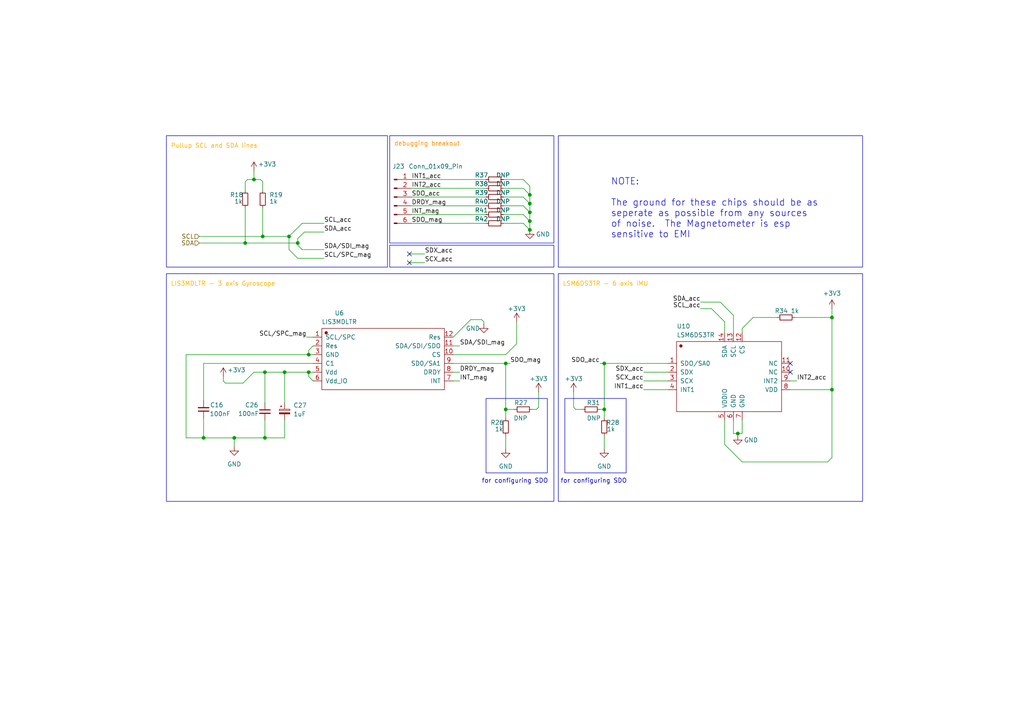
<source format=kicad_sch>
(kicad_sch (version 20230121) (generator eeschema)
  (paper "A4")
  (lib_symbols
    (symbol "Connector:Conn_01x06_Pin" (pin_names (offset 1.016) hide)
      (property "Reference" "J" (at 0 7.62 0))
      (property "Value" "Conn_01x06_Pin" (at 0 -10.16 0))
      (symbol "Conn_01x06_Pin_1_1"
        (polyline (pts (xy 1.27 -7.62) (xy 0.8636 -7.62)) (stroke (width 0.1524)))
        (polyline (pts (xy 1.27 -5.08) (xy 0.8636 -5.08)) (stroke (width 0.1524)))
        (polyline (pts (xy 1.27 -2.54) (xy 0.8636 -2.54)) (stroke (width 0.1524)))
        (polyline (pts (xy 1.27 0) (xy 0.8636 0)) (stroke (width 0.1524)))
        (polyline (pts (xy 1.27 2.54) (xy 0.8636 2.54)) (stroke (width 0.1524)))
        (polyline (pts (xy 1.27 5.08) (xy 0.8636 5.08)) (stroke (width 0.1524)))
        (rectangle (start 0.8636 -7.493) (end 0 -7.747) (stroke (width 0.1524)) (fill (type outline)))
        (rectangle (start 0.8636 -4.953) (end 0 -5.207) (stroke (width 0.1524)) (fill (type outline)))
        (rectangle (start 0.8636 -2.413) (end 0 -2.667) (stroke (width 0.1524)) (fill (type outline)))
        (rectangle (start 0.8636 0.127) (end 0 -0.127) (stroke (width 0.1524)) (fill (type outline)))
        (rectangle (start 0.8636 2.667) (end 0 2.413) (stroke (width 0.1524)) (fill (type outline)))
        (rectangle (start 0.8636 5.207) (end 0 4.953) (stroke (width 0.1524)) (fill (type outline)))
        (pin passive line (at 5.08 5.08 180) (length 3.81) (name "Pin_1") (number "1"))
        (pin passive line (at 5.08 2.54 180) (length 3.81) (name "Pin_2") (number "2"))
        (pin passive line (at 5.08 0 180) (length 3.81) (name "Pin_3") (number "3"))
        (pin passive line (at 5.08 -2.54 180) (length 3.81) (name "Pin_4") (number "4"))
        (pin passive line (at 5.08 -5.08 180) (length 3.81) (name "Pin_5") (number "5"))
        (pin passive line (at 5.08 -7.62 180) (length 3.81) (name "Pin_6") (number "6"))
      )
    )
    (symbol "Device:C_Polarized_Small" (pin_numbers hide) (pin_names (offset 0.254) hide)
      (property "Reference" "C" (at 0.254 1.778 0))
      (property "Value" "C_Polarized_Small" (at 0.254 -2.032 0))
      (symbol "C_Polarized_Small_0_1"
        (rectangle (start -1.524 -0.3048) (end 1.524 -0.6858) (fill (type outline)))
        (rectangle (start -1.524 0.6858) (end 1.524 0.3048))
        (polyline (pts (xy -1.27 1.524) (xy -0.762 1.524)))
        (polyline (pts (xy -1.016 1.27) (xy -1.016 1.778)))
      )
      (symbol "C_Polarized_Small_1_1"
        (pin passive line (at 0 2.54 270) (length 1.8542) (name "~") (number "1"))
        (pin passive line (at 0 -2.54 90) (length 1.8542) (name "~") (number "2"))
      )
    )
    (symbol "Device:C_Small" (pin_numbers hide) (pin_names (offset 0.254) hide)
      (property "Reference" "C" (at 0.254 1.778 0))
      (property "Value" "C_Small" (at 0.254 -2.032 0))
      (symbol "C_Small_0_1"
        (polyline (pts (xy -1.524 -0.508) (xy 1.524 -0.508)) (stroke (width 0.3302)))
        (polyline (pts (xy -1.524 0.508) (xy 1.524 0.508)) (stroke (width 0.3048)))
      )
      (symbol "C_Small_1_1"
        (pin passive line (at 0 2.54 270) (length 2.032) (name "~") (number "1"))
        (pin passive line (at 0 -2.54 90) (length 2.032) (name "~") (number "2"))
      )
    )
    (symbol "Device:R_Small" (pin_numbers hide) (pin_names (offset 0.254) hide)
      (property "Reference" "R" (at 0.762 0.508 0))
      (property "Value" "R_Small" (at 0.762 -1.016 0))
      (symbol "R_Small_0_1"
        (rectangle (start -0.762 1.778) (end 0.762 -1.778) (stroke (width 0.2032)))
      )
      (symbol "R_Small_1_1"
        (pin passive line (at 0 2.54 270) (length 0.762) (name "~") (number "1"))
        (pin passive line (at 0 -2.54 90) (length 0.762) (name "~") (number "2"))
      )
    )
    (symbol "LCSC_imports:LIS3MDLTR" (pin_names (offset 1.016))
      (property "Reference" "U" (at -16.51 12.1412 0))
      (property "Value" "LIS3MDLTR" (at -12.7 10.2362 0))
      (symbol "LIS3MDLTR_1_1"
        (rectangle (start -17.78 8.89) (end 17.78 -8.89) (stroke (width 0.1524)))
        (circle (center -16.51 7.62) (radius 0.381) (stroke (width 0.1524)) (fill (type outline)))
        (pin input line (at -20.32 6.35 0) (length 2.54) (name "SCL/SPC") (number "1"))
        (pin input line (at 20.32 1.27 180) (length 2.54) (name "CS") (number "10"))
        (pin input line (at 20.32 3.81 180) (length 2.54) (name "SDA/SDI/SDO") (number "11"))
        (pin input line (at 20.32 6.35 180) (length 2.54) (name "Res") (number "12"))
        (pin input line (at -20.32 3.81 0) (length 2.54) (name "Res") (number "2"))
        (pin input line (at -20.32 1.27 0) (length 2.54) (name "GND") (number "3"))
        (pin input line (at -20.32 -1.27 0) (length 2.54) (name "C1") (number "4"))
        (pin input line (at -20.32 -3.81 0) (length 2.54) (name "Vdd") (number "5"))
        (pin input line (at -20.32 -6.35 0) (length 2.54) (name "Vdd_IO") (number "6"))
        (pin input line (at 20.32 -6.35 180) (length 2.54) (name "INT") (number "7"))
        (pin input line (at 20.32 -3.81 180) (length 2.54) (name "DRDY") (number "8"))
        (pin input line (at 20.32 -1.27 180) (length 2.54) (name "SD0/SA1") (number "9"))
      )
    )
    (symbol "LCSC_imports:LSM6DS3TR" (pin_names (offset 1.016))
      (property "Reference" "U" (at 0 15.8242 0))
      (property "Value" "LSM6DS3TR" (at 0 20.9042 0))
      (symbol "LSM6DS3TR_1_1"
        (rectangle (start -15.24 10.16) (end 15.24 -10.16) (stroke (width 0.1524)))
        (circle (center -13.97 8.89) (radius 0.381) (stroke (width 0.1524)) (fill (type outline)))
        (pin input line (at -17.78 3.81 0) (length 2.54) (name "SDO/SA0") (number "1"))
        (pin input line (at 17.78 1.27 180) (length 2.54) (name "NC") (number "10"))
        (pin input line (at 17.78 3.81 180) (length 2.54) (name "NC") (number "11"))
        (pin input line (at 3.81 12.7 270) (length 2.54) (name "CS") (number "12"))
        (pin input line (at 1.27 12.7 270) (length 2.54) (name "SCL") (number "13"))
        (pin input line (at -1.27 12.7 270) (length 2.54) (name "SDA") (number "14"))
        (pin input line (at -17.78 1.27 0) (length 2.54) (name "SDX") (number "2"))
        (pin input line (at -17.78 -1.27 0) (length 2.54) (name "SCX") (number "3"))
        (pin input line (at -17.78 -3.81 0) (length 2.54) (name "INT1") (number "4"))
        (pin input line (at -1.27 -12.7 90) (length 2.54) (name "VDDIO") (number "5"))
        (pin input line (at 1.27 -12.7 90) (length 2.54) (name "GND") (number "6"))
        (pin input line (at 3.81 -12.7 90) (length 2.54) (name "GND") (number "7"))
        (pin input line (at 17.78 -3.81 180) (length 2.54) (name "VDD") (number "8"))
        (pin input line (at 17.78 -1.27 180) (length 2.54) (name "INT2") (number "9"))
      )
    )
    (symbol "power:+3V3" (power) (pin_names (offset 0))
      (property "Value" "+3V3" (at 0 3.556 0))
      (symbol "+3V3_0_1"
        (polyline (pts (xy -0.762 1.27) (xy 0 2.54)))
        (polyline (pts (xy 0 0) (xy 0 2.54)))
        (polyline (pts (xy 0 2.54) (xy 0.762 1.27)))
      )
      (symbol "+3V3_1_1"
        (pin power_in line (at 0 0 90) (length 0) hide (name "+3V3") (number "1"))
      )
    )
    (symbol "power:GND" (power) (pin_names (offset 0))
      (property "Value" "GND" (at 0 -3.81 0))
      (symbol "GND_0_1"
        (polyline (pts (xy 0 0) (xy 0 -1.27) (xy 1.27 -1.27) (xy 0 -2.54) (xy -1.27 -1.27) (xy 0 -1.27)))
      )
      (symbol "GND_1_1"
        (pin power_in line (at 0 0 270) (length 0) hide (name "GND") (number "1"))
      )
    )
  )
  (junction (at 83.82 68.58))
  (junction (at 82.55 107.95))
  (junction (at 67.945 127))
  (junction (at 153.67 66.675))
  (junction (at 241.3 92.075))
  (junction (at 76.835 107.95))
  (junction (at 175.26 105.41))
  (junction (at 76.835 127))
  (junction (at 59.055 127))
  (junction (at 153.67 56.515))
  (junction (at 241.3 113.03))
  (junction (at 89.535 107.95))
  (junction (at 175.26 118.745))
  (junction (at 153.67 61.595))
  (junction (at 213.995 125.73))
  (junction (at 89.535 102.87))
  (junction (at 153.67 59.055))
  (junction (at 86.36 70.485))
  (junction (at 146.685 105.41))
  (junction (at 153.67 64.135))
  (junction (at 73.66 52.07))
  (junction (at 76.2 68.58))
  (junction (at 71.12 70.485))
  (junction (at 146.685 118.745))
  (no_connect (at 229.235 107.95))
  (no_connect (at 118.745 76.2))
  (no_connect (at 229.235 105.41))
  (no_connect (at 118.745 73.66))
  (wire (pts (xy 154.305 118.745) (xy 155.575 118.745)))
  (wire (pts (xy 153.67 64.135) (xy 153.67 66.675)))
  (wire (pts (xy 146.05 54.61) (xy 151.765 54.61)))
  (wire (pts (xy 64.77 110.49) (xy 65.405 111.125)))
  (wire (pts (xy 82.55 107.95) (xy 82.55 116.84)))
  (wire (pts (xy 131.445 102.87) (xy 146.685 102.87)))
  (wire (pts (xy 210.185 93.345) (xy 210.185 96.52)))
  (wire (pts (xy 65.405 111.125) (xy 70.485 111.125)))
  (wire (pts (xy 71.12 52.705) (xy 71.755 52.07)))
  (wire (pts (xy 151.765 64.77) (xy 153.67 66.675)))
  (wire (pts (xy 131.445 105.41) (xy 146.685 105.41)))
  (wire (pts (xy 153.67 56.515) (xy 153.67 59.055)))
  (wire (pts (xy 229.235 113.03) (xy 241.3 113.03)))
  (wire (pts (xy 215.265 121.92) (xy 215.265 125.73)))
  (wire (pts (xy 151.765 52.07) (xy 153.67 53.975)))
  (wire (pts (xy 57.785 68.58) (xy 76.2 68.58)))
  (wire (pts (xy 89.535 107.95) (xy 89.535 109.22)))
  (wire (pts (xy 203.2 87.63) (xy 208.915 87.63)))
  (wire (pts (xy 151.765 62.23) (xy 153.67 64.135)))
  (wire (pts (xy 76.835 121.92) (xy 76.835 127)))
  (wire (pts (xy 156.21 113.665) (xy 156.21 118.11)))
  (wire (pts (xy 131.445 107.95) (xy 133.35 107.95)))
  (wire (pts (xy 53.975 102.87) (xy 53.975 127)))
  (wire (pts (xy 123.19 73.66) (xy 118.745 73.66)))
  (wire (pts (xy 119.38 59.69) (xy 140.97 59.69)))
  (wire (pts (xy 59.055 127) (xy 53.975 127)))
  (wire (pts (xy 155.575 118.745) (xy 156.21 118.11)))
  (wire (pts (xy 71.12 60.325) (xy 71.12 70.485)))
  (wire (pts (xy 76.835 127) (xy 82.55 127)))
  (wire (pts (xy 87.63 72.39) (xy 86.36 71.12)))
  (wire (pts (xy 131.445 97.79) (xy 136.525 92.71)))
  (wire (pts (xy 70.485 111.125) (xy 73.66 107.95)))
  (wire (pts (xy 146.685 121.285) (xy 146.685 118.745)))
  (wire (pts (xy 241.3 89.535) (xy 241.3 92.075)))
  (wire (pts (xy 212.725 121.92) (xy 212.725 125.73)))
  (wire (pts (xy 230.505 92.075) (xy 241.3 92.075)))
  (wire (pts (xy 212.725 91.44) (xy 208.915 87.63)))
  (wire (pts (xy 75.565 52.07) (xy 76.2 52.705)))
  (wire (pts (xy 173.99 105.41) (xy 175.26 105.41)))
  (wire (pts (xy 88.9 97.79) (xy 90.805 97.79)))
  (wire (pts (xy 218.44 92.075) (xy 225.425 92.075)))
  (wire (pts (xy 59.055 105.41) (xy 59.055 116.205)))
  (wire (pts (xy 71.755 52.07) (xy 73.66 52.07)))
  (wire (pts (xy 86.36 70.485) (xy 86.36 71.12)))
  (wire (pts (xy 241.3 92.075) (xy 241.3 113.03)))
  (wire (pts (xy 57.785 70.485) (xy 71.12 70.485)))
  (wire (pts (xy 123.19 76.2) (xy 118.745 76.2)))
  (wire (pts (xy 83.82 68.58) (xy 87.63 64.77)))
  (wire (pts (xy 131.445 110.49) (xy 133.35 110.49)))
  (wire (pts (xy 93.98 72.39) (xy 87.63 72.39)))
  (wire (pts (xy 83.82 68.58) (xy 83.82 72.39)))
  (wire (pts (xy 86.36 74.93) (xy 93.98 74.93)))
  (wire (pts (xy 166.37 113.665) (xy 166.37 118.11)))
  (wire (pts (xy 206.375 89.535) (xy 210.185 93.345)))
  (wire (pts (xy 73.66 52.07) (xy 75.565 52.07)))
  (wire (pts (xy 76.2 52.705) (xy 76.2 55.245)))
  (wire (pts (xy 119.38 52.07) (xy 140.97 52.07)))
  (wire (pts (xy 136.525 92.71) (xy 139.7 92.71)))
  (wire (pts (xy 119.38 62.23) (xy 140.97 62.23)))
  (wire (pts (xy 67.945 127) (xy 67.945 129.54)))
  (wire (pts (xy 139.7 92.71) (xy 140.335 93.345)))
  (wire (pts (xy 89.535 102.87) (xy 90.805 102.87)))
  (wire (pts (xy 71.12 70.485) (xy 86.36 70.485)))
  (wire (pts (xy 175.26 126.365) (xy 175.26 130.175)))
  (wire (pts (xy 229.235 110.49) (xy 231.14 110.49)))
  (wire (pts (xy 53.975 102.87) (xy 89.535 102.87)))
  (wire (pts (xy 146.05 62.23) (xy 151.765 62.23)))
  (wire (pts (xy 186.69 113.03) (xy 193.675 113.03)))
  (wire (pts (xy 73.66 107.95) (xy 76.835 107.95)))
  (wire (pts (xy 83.82 72.39) (xy 86.36 74.93)))
  (wire (pts (xy 215.265 96.52) (xy 215.265 95.25)))
  (wire (pts (xy 213.995 125.73) (xy 215.265 125.73)))
  (wire (pts (xy 146.05 57.15) (xy 151.765 57.15)))
  (wire (pts (xy 175.26 121.285) (xy 175.26 118.745)))
  (wire (pts (xy 175.26 105.41) (xy 175.26 118.745)))
  (wire (pts (xy 146.05 59.69) (xy 151.765 59.69)))
  (wire (pts (xy 140.335 93.345) (xy 140.335 93.98)))
  (wire (pts (xy 186.69 107.95) (xy 193.675 107.95)))
  (wire (pts (xy 76.2 68.58) (xy 83.82 68.58)))
  (wire (pts (xy 131.445 100.33) (xy 133.35 100.33)))
  (wire (pts (xy 89.535 101.6) (xy 89.535 102.87)))
  (wire (pts (xy 82.55 121.92) (xy 82.55 127)))
  (wire (pts (xy 76.835 107.95) (xy 82.55 107.95)))
  (wire (pts (xy 186.69 110.49) (xy 193.675 110.49)))
  (wire (pts (xy 212.725 125.73) (xy 213.995 125.73)))
  (wire (pts (xy 119.38 64.77) (xy 140.97 64.77)))
  (wire (pts (xy 167.005 118.745) (xy 166.37 118.11)))
  (wire (pts (xy 146.685 105.41) (xy 146.685 118.745)))
  (wire (pts (xy 151.765 54.61) (xy 153.67 56.515)))
  (wire (pts (xy 71.12 55.245) (xy 71.12 52.705)))
  (wire (pts (xy 76.2 60.325) (xy 76.2 68.58)))
  (wire (pts (xy 215.265 95.25) (xy 218.44 92.075)))
  (wire (pts (xy 146.685 105.41) (xy 147.955 105.41)))
  (wire (pts (xy 93.98 67.31) (xy 88.265 67.31)))
  (wire (pts (xy 149.86 93.345) (xy 149.86 99.695)))
  (wire (pts (xy 210.185 121.92) (xy 210.185 128.905)))
  (wire (pts (xy 146.685 126.365) (xy 146.685 130.175)))
  (wire (pts (xy 175.26 118.745) (xy 173.99 118.745)))
  (wire (pts (xy 153.67 61.595) (xy 153.67 64.135)))
  (wire (pts (xy 119.38 54.61) (xy 140.97 54.61)))
  (wire (pts (xy 212.725 91.44) (xy 212.725 96.52)))
  (wire (pts (xy 59.055 127) (xy 67.945 127)))
  (wire (pts (xy 146.685 102.87) (xy 149.86 99.695)))
  (wire (pts (xy 73.66 49.53) (xy 73.66 52.07)))
  (wire (pts (xy 146.05 52.07) (xy 151.765 52.07)))
  (wire (pts (xy 59.055 121.285) (xy 59.055 127)))
  (wire (pts (xy 153.67 59.055) (xy 153.67 61.595)))
  (wire (pts (xy 151.765 59.69) (xy 153.67 61.595)))
  (wire (pts (xy 146.685 118.745) (xy 149.225 118.745)))
  (wire (pts (xy 87.63 64.77) (xy 93.98 64.77)))
  (wire (pts (xy 151.765 57.15) (xy 153.67 59.055)))
  (wire (pts (xy 119.38 57.15) (xy 140.97 57.15)))
  (wire (pts (xy 67.945 127) (xy 76.835 127)))
  (wire (pts (xy 89.535 107.95) (xy 90.805 107.95)))
  (wire (pts (xy 210.185 128.905) (xy 215.265 133.985)))
  (wire (pts (xy 76.835 107.95) (xy 76.835 116.84)))
  (wire (pts (xy 240.03 133.985) (xy 215.265 133.985)))
  (wire (pts (xy 82.55 107.95) (xy 89.535 107.95)))
  (wire (pts (xy 90.805 100.33) (xy 89.535 101.6)))
  (wire (pts (xy 90.805 110.49) (xy 89.535 109.22)))
  (wire (pts (xy 203.2 89.535) (xy 206.375 89.535)))
  (wire (pts (xy 88.265 67.31) (xy 86.36 69.215)))
  (wire (pts (xy 168.91 118.745) (xy 167.005 118.745)))
  (wire (pts (xy 59.055 105.41) (xy 90.805 105.41)))
  (wire (pts (xy 241.3 113.03) (xy 241.3 132.715)))
  (wire (pts (xy 175.26 105.41) (xy 193.675 105.41)))
  (wire (pts (xy 64.77 109.22) (xy 64.77 110.49)))
  (wire (pts (xy 86.36 69.215) (xy 86.36 70.485)))
  (wire (pts (xy 240.03 133.985) (xy 241.3 132.715)))
  (wire (pts (xy 153.67 53.975) (xy 153.67 56.515)))
  (wire (pts (xy 213.995 125.73) (xy 213.995 126.365)))
  (wire (pts (xy 146.05 64.77) (xy 151.765 64.77)))
  (rectangle (start 163.83 115.57) (end 181.61 137.16))
  (rectangle (start 48.26 79.375) (end 160.655 145.415))
  (rectangle (start 48.26 39.37) (end 112.395 77.47))
  (rectangle (start 161.925 39.37) (end 250.19 77.47))
  (rectangle (start 113.03 39.37) (end 160.655 70.485))
  (rectangle (start 161.925 79.375) (end 250.19 145.415))
  (rectangle (start 140.97 115.57) (end 158.75 137.16))
  (rectangle (start 113.03 71.12) (end 160.655 77.47))
  (text "NOTE: \n\nThe ground for these chips should be as\nseperate as possible from any sources\nof noise.  The Magnetometer is esp\nsensitive to EMI" (at 177.165 69.215 0) (effects (font (size 1.905 1.905)) (justify left bottom)))
  (text "debugging breakout" (at 114.3 42.545 0) (effects (font (size 1.27 1.27)) (justify left bottom)))
  (text "for configuring SDO" (at 139.7 140.335 0) (effects (font (size 1.27 1.27)) (justify left bottom)))
  (text "LSM6DS3TR - 6 axis IMU" (at 163.195 83.185 0) (effects (font (size 1.27 1.27)) (justify left bottom)))
  (text "Pullup SCL and SDA lines" (at 49.53 43.18 0) (effects (font (size 1.27 1.27)) (justify left bottom)))
  (text "for configuring SDO" (at 162.56 140.335 0) (effects (font (size 1.27 1.27)) (justify left bottom)))
  (text "LIS3MDLTR - 3 axis Gyroscope" (at 49.53 83.185 0) (effects (font (size 1.27 1.27)) (justify left bottom)))
  (label "SCL{slash}SPC_mag" (at 93.98 74.93 0))
  (label "INT_mag" (at 119.38 62.23 0))
  (label "SDA_acc" (at 203.2 87.63 180))
  (label "DRDY_mag" (at 119.38 59.69 0))
  (label "SDA{slash}SDI_mag" (at 93.98 72.39 0))
  (label "INT2_acc" (at 119.38 54.61 0))
  (label "SDO_acc" (at 173.99 105.41 180))
  (label "SDO_mag" (at 119.38 64.77 0))
  (label "SDO_mag" (at 147.955 105.41 0))
  (label "INT2_acc" (at 231.14 110.49 0))
  (label "SDX_acc" (at 123.19 73.66 0))
  (label "INT_mag" (at 133.35 110.49 0))
  (label "SDO_acc" (at 119.38 57.15 0))
  (label "SCX_acc" (at 186.69 110.49 180))
  (label "SCL{slash}SPC_mag" (at 88.9 97.79 180))
  (label "SDX_acc" (at 186.69 107.95 180))
  (label "INT1_acc" (at 186.69 113.03 180))
  (label "INT1_acc" (at 119.38 52.07 0))
  (label "SCL_acc" (at 93.98 64.77 0))
  (label "SDA{slash}SDI_mag" (at 133.35 100.33 0))
  (label "DRDY_mag" (at 133.35 107.95 0))
  (label "SCL_acc" (at 203.2 89.535 180))
  (label "SCX_acc" (at 123.19 76.2 0))
  (label "SDA_acc" (at 93.98 67.31 0))
  (hierarchical_label "SDA" (shape input) (at 57.785 70.485 180))
  (hierarchical_label "SCL" (shape input) (at 57.785 68.58 180))
  (symbol (lib_id "power:GND") (at 175.26 130.175 0) (mirror y) (unit 1)
    (property "Reference" "#PWR0111" (effects hide))
    (property "Value" "GND" (at 175.26 135.255 0))
  )
  (symbol (lib_id "Device:R_Small") (at 71.12 57.785 0) (unit 1)
    (property "Reference" "R18" (at 66.675 56.5149 0) (effects (justify left)))
    (property "Value" "1k" (at 67.945 58.4199 0) (effects (justify left)))
  )
  (symbol (lib_id "power:+3V3") (at 241.3 89.535 0) (unit 1)
    (property "Reference" "#PWR096" (effects hide))
    (property "Value" "+3V3" (at 241.3 85.09 0))
  )
  (symbol (lib_id "power:GND") (at 213.995 126.365 0) (unit 1)
    (property "Reference" "#PWR090" (effects hide))
    (property "Value" "GND" (at 217.805 127.635 0))
  )
  (symbol (lib_id "Device:R_Small") (at 151.765 118.745 90) (unit 1)
    (property "Reference" "R27" (at 153.035 116.8401 90) (effects (justify left)))
    (property "Value" "DNP" (at 153.035 121.2851 90) (effects (justify left)))
  )
  (symbol (lib_id "Device:R_Small") (at 175.26 123.825 0) (mirror y) (unit 1)
    (property "Reference" "R28" (at 179.705 122.5549 0) (effects (justify left)))
    (property "Value" "1k" (at 178.435 124.4599 0) (effects (justify left)))
  )
  (symbol (lib_id "Device:R_Small") (at 146.685 123.825 0) (unit 1)
    (property "Reference" "R26" (at 142.24 122.5549 0) (effects (justify left)))
    (property "Value" "1k" (at 143.51 124.4599 0) (effects (justify left)))
  )
  (symbol (lib_id "Device:C_Small") (at 59.055 118.745 180) (unit 1)
    (property "Reference" "C16" (at 62.865 117.4687 0))
    (property "Value" "100nF" (at 63.8252 120.043 0))
  )
  (symbol (lib_id "power:GND") (at 140.335 93.98 0) (unit 1)
    (property "Reference" "#PWR0107" (effects hide))
    (property "Value" "GND" (at 137.16 95.25 0))
  )
  (symbol (lib_id "power:+3V3") (at 156.21 113.665 0) (unit 1)
    (property "Reference" "#PWR0110" (effects hide))
    (property "Value" "+3V3" (at 156.21 109.855 0))
  )
  (symbol (lib_id "Connector:Conn_01x06_Pin") (at 114.3 57.15 0) (unit 1)
    (property "Reference" "J23" (at 115.57 48.26 0))
    (property "Value" "Conn_01x09_Pin" (at 126.365 48.26 0))
  )
  (symbol (lib_id "power:+3V3") (at 64.77 109.22 0) (unit 1)
    (property "Reference" "#PWR0106" (effects hide))
    (property "Value" "+3V3" (at 68.58 107.315 0))
  )
  (symbol (lib_id "LCSC_imports:LIS3MDLTR") (at 111.125 104.14 0) (unit 1)
    (property "Reference" "U6" (at 98.425 90.805 0))
    (property "Value" "LIS3MDLTR" (at 98.425 93.345 0))
    (property "Footprint" "kicad_lceda:LGA-12_L2.0-W2.0-P0.50-BL" (effects hide))
    (property "Datasheet" "http://www.szlcsc.com/product/details_485763.html" (effects hide))
    (property "SuppliersPartNumber" "C478483" (effects hide))
    (property "uuid" "std:3c4a1927816047c0b32d8307cf40d91b" (effects hide))
  )
  (symbol (lib_id "Device:R_Small") (at 143.51 59.69 90) (mirror x) (unit 1)
    (property "Reference" "R40" (at 141.605 58.4201 90) (effects (justify left)))
    (property "Value" "DNP" (at 147.955 58.4201 90) (effects (justify left)))
  )
  (symbol (lib_id "Device:R_Small") (at 171.45 118.745 270) (mirror x) (unit 1)
    (property "Reference" "R31" (at 170.18 116.8401 90) (effects (justify left)))
    (property "Value" "DNP" (at 170.18 121.2851 90) (effects (justify left)))
  )
  (symbol (lib_id "power:+3V3") (at 149.86 93.345 0) (unit 1)
    (property "Reference" "#PWR0113" (effects hide))
    (property "Value" "+3V3" (at 149.86 89.535 0))
  )
  (symbol (lib_id "Device:R_Small") (at 143.51 54.61 90) (mirror x) (unit 1)
    (property "Reference" "R38" (at 141.605 53.3401 90) (effects (justify left)))
    (property "Value" "DNP" (at 147.955 53.3401 90) (effects (justify left)))
  )
  (symbol (lib_id "Device:R_Small") (at 143.51 62.23 90) (mirror x) (unit 1)
    (property "Reference" "R41" (at 141.605 60.9601 90) (effects (justify left)))
    (property "Value" "DNP" (at 147.955 60.9601 90) (effects (justify left)))
  )
  (symbol (lib_id "Device:R_Small") (at 76.2 57.785 0) (unit 1)
    (property "Reference" "R19" (at 78.105 56.5149 0) (effects (justify left)))
    (property "Value" "1k" (at 78.105 58.4199 0) (effects (justify left)))
  )
  (symbol (lib_id "Device:R_Small") (at 227.965 92.075 90) (mirror x) (unit 1)
    (property "Reference" "R34" (at 228.6 90.1701 90) (effects (justify left)))
    (property "Value" "1k" (at 231.775 90.1701 90) (effects (justify left)))
  )
  (symbol (lib_id "Device:C_Small") (at 76.835 119.38 0) (mirror y) (unit 1)
    (property "Reference" "C26" (at 73.025 117.4813 0))
    (property "Value" "100nF" (at 72.0802 119.987 0))
  )
  (symbol (lib_id "Device:R_Small") (at 143.51 64.77 90) (mirror x) (unit 1)
    (property "Reference" "R42" (at 141.605 63.5001 90) (effects (justify left)))
    (property "Value" "DNP" (at 147.955 63.5001 90) (effects (justify left)))
  )
  (symbol (lib_id "LCSC_imports:LSM6DS3TR") (at 211.455 109.22 0) (unit 1)
    (property "Reference" "U10" (at 196.2659 94.615 0) (effects (justify left)))
    (property "Value" "LSM6DS3TR" (at 196.2659 97.155 0) (effects (justify left)))
    (property "Footprint" "kicad_lceda:LGA-14_L3.0-W2.5-P0.50-TL" (effects hide))
    (property "Datasheet" "http://www.szlcsc.com/product/details_96431.html" (effects hide))
    (property "SuppliersPartNumber" "C95230" (effects hide))
    (property "uuid" "std:bcd93c2961e24e71bfff3f976058f13a" (effects hide))
  )
  (symbol (lib_id "power:+3V3") (at 73.66 49.53 0) (unit 1)
    (property "Reference" "#PWR0108" (effects hide))
    (property "Value" "+3V3" (at 77.47 47.625 0))
  )
  (symbol (lib_id "Device:R_Small") (at 143.51 57.15 90) (mirror x) (unit 1)
    (property "Reference" "R39" (at 141.605 55.8801 90) (effects (justify left)))
    (property "Value" "DNP" (at 147.955 55.8801 90) (effects (justify left)))
  )
  (symbol (lib_id "power:+3V3") (at 166.37 113.665 0) (unit 1)
    (property "Reference" "#PWR0104" (effects hide))
    (property "Value" "+3V3" (at 166.37 109.855 0))
  )
  (symbol (lib_id "power:GND") (at 146.685 130.175 0) (unit 1)
    (property "Reference" "#PWR0109" (effects hide))
    (property "Value" "GND" (at 146.685 135.255 0))
  )
  (symbol (lib_id "Device:R_Small") (at 143.51 52.07 90) (mirror x) (unit 1)
    (property "Reference" "R37" (at 141.605 50.8001 90) (effects (justify left)))
    (property "Value" "DNP" (at 147.955 50.8001 90) (effects (justify left)))
  )
  (symbol (lib_id "power:GND") (at 67.945 129.54 0) (unit 1)
    (property "Reference" "#PWR0105" (effects hide))
    (property "Value" "GND" (at 67.945 134.62 0))
  )
  (symbol (lib_id "Device:C_Polarized_Small") (at 82.55 119.38 0) (unit 1)
    (property "Reference" "C27" (at 85.09 117.5638 0) (effects (justify left)))
    (property "Value" "1uF" (at 85.09 120.1038 0) (effects (justify left)))
  )
  (symbol (lib_id "power:GND") (at 153.67 66.675 0) (unit 1)
    (property "Reference" "#PWR0112" (effects hide))
    (property "Value" "GND" (at 157.48 67.945 0))
  )
)
</source>
